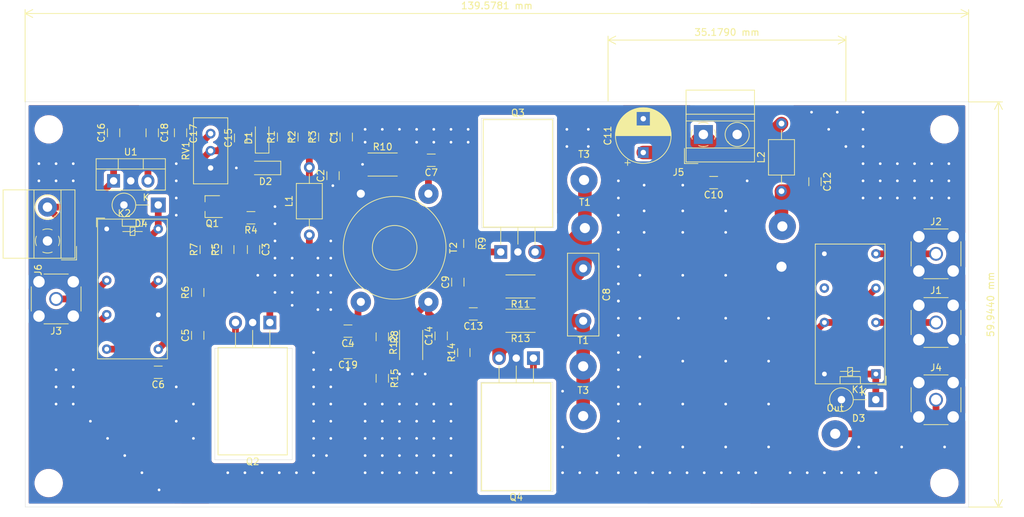
<source format=kicad_pcb>
(kicad_pcb (version 20211014) (generator pcbnew)
  (layers (0 "F.Cu" signal) (31 "B.Cu" signal) (34 "B.Paste" user) (35 "F.Paste" user) (36 "B.SilkS" user "B.Silkscreen") (37 "F.SilkS" user "F.Silkscreen") (38 "B.Mask" user) (39 "F.Mask" user) (44 "Edge.Cuts" user))
  (net 0 "")
  (net 1 "GND")
  (net 2 "Net-(C5-Pad2)")
  (net 3 "Net-(C6-Pad1)")
  (net 4 "Net-(C7-Pad2)")
  (net 5 "Bias_A")
  (net 6 "Net-(J1-Pad1)")
  (net 7 "12V_Switch")
  (net 8 "Net-(J3-Pad1)")
  (net 10 "Net-(Q3-Pad1)")
  (net 11 "Net-(Q4-Pad1)")
  (net 12 "Net-(C14-Pad2)")
  (net 13 "Net-(C9-Pad1)")
  (net 14 "Net-(C2-Pad2)")
  (net 15 "Net-(C3-Pad1)")
  (net 16 "Net-(C4-Pad2)")
  (net 17 "Net-(C6-Pad2)")
  (net 18 "Net-(C7-Pad1)")
  (net 19 "Net-(C8-Pad2)")
  (net 20 "Net-(J2-Pad1)")
  (net 21 "Net-(J4-Pad1)")
  (net 22 "Net-(K1-Pad13)")
  (net 23 "Net-(C4-Pad1)")
  (net 24 "Net-(C10-Pad2)")
  (net 25 "Net-(C13-Pad2)")
  (net 26 "Net-(C15-Pad2)")
  (net 27 "Net-(D1-Pad1)")
  (net 28 "Net-(D2-Pad1)")
  (net 29 "Net-(C8-Pad1)")
  (net 30 "Net-(C12-Pad2)")
  (net 31 "Net-(C13-Pad1)")
  (net 32 "Net-(C17-Pad1)")
  (footprint "Capacitor_SMD:C_1206_3216Metric_Pad1.42x1.75mm_HandSolder" (layer "F.Cu") (at 121.539 52.832 180)
    (fp_text reference "C7")
    (fp_text value "100n")
  )
  (footprint "Capacitor_SMD:C_1206_3216Metric_Pad1.42x1.75mm_HandSolder" (layer "F.Cu") (at 93.345 49.53 90)
    (fp_text reference "C15")
    (fp_text value "100n")
  )
  (footprint "Capacitor_SMD:C_1206_3216Metric_Pad1.42x1.75mm_HandSolder" (layer "F.Cu") (at 74.549 48.768 90)
    (fp_text reference "C16")
    (fp_text value "10u")
  )
  (footprint "Capacitor_SMD:C_1206_3216Metric_Pad1.42x1.75mm_HandSolder" (layer "F.Cu") (at 84.455 48.768 90)
    (fp_text reference "C17")
    (fp_text value "10u")
  )
  (footprint "Capacitor_SMD:C_1206_3216Metric_Pad1.42x1.75mm_HandSolder" (layer "F.Cu") (at 80.264 48.768 -90)
    (fp_text reference "C18")
    (fp_text value "100n")
  )
  (footprint "Capacitor_SMD:C_1206_3216Metric_Pad1.42x1.75mm_HandSolder" (layer "F.Cu") (at 163.322 56.134 180)
    (fp_text reference "C10")
    (fp_text value "100n")
  )
  (footprint "Connector_Coaxial:SMA_Amphenol_132134_Vertical" (layer "F.Cu") (at 66.05 73.35 180)
    (fp_text reference "J3")
    (fp_text value "Conn_Coaxial")
  )
  (footprint "TerminalBlock_MetzConnect:TerminalBlock_MetzConnect_Type011_RT05502HBWC_1x02_P5.00mm_Horizontal" (layer "F.Cu") (at 64.77 64.77 90)
    (fp_text reference "J6")
    (fp_text value "12V Switch")
  )
  (footprint "Connector_Coaxial:SMA_Amphenol_132134_Vertical" (layer "F.Cu") (at 196.215 76.835)
    (fp_text reference "J1")
    (fp_text value "Conn_Coaxial")
  )
  (footprint "TerminalBlock_MetzConnect:TerminalBlock_MetzConnect_Type011_RT05502HBWC_1x02_P5.00mm_Horizontal" (layer "F.Cu") (at 161.798 49.022)
    (fp_text reference "J5")
    (fp_text value "12V Power")
  )
  (footprint "Relay_THT:Relay_DPDT_Omron_G5V-2" (layer "F.Cu") (at 73.533 62.992)
    (fp_text reference "K2")
    (fp_text value "G5V-2")
  )
  (footprint "Relay_THT:Relay_DPDT_Omron_G5V-2" (layer "F.Cu") (at 187.325 84.455 180)
    (fp_text reference "K1")
    (fp_text value "G5V-2")
  )
  (footprint "Resistor_SMD:R_1206_3216Metric_Pad1.42x1.75mm_HandSolder" (layer "F.Cu") (at 127.254 65.151 -90)
    (fp_text reference "R9")
    (fp_text value "4.7")
  )
  (footprint "Resistor_SMD:R_1206_3216Metric_Pad1.42x1.75mm_HandSolder" (layer "F.Cu") (at 126.365 81.28 90)
    (fp_text reference "R14")
    (fp_text value "4.7")
  )
  (footprint "Package_TO_SOT_THT:TO-220-3_Vertical" (layer "F.Cu") (at 74.549 55.88)
    (fp_text reference "U1")
    (fp_text value "L7805")
  )
  (footprint "Capacitor_SMD:C_1206_3216Metric_Pad1.42x1.75mm_HandSolder" (layer "F.Cu") (at 125.476 70.866 90)
    (fp_text reference "C9")
    (fp_text value "100n")
  )
  (footprint "Capacitor_SMD:C_1206_3216Metric_Pad1.42x1.75mm_HandSolder" (layer "F.Cu") (at 127.762 75.565 180)
    (fp_text reference "C13")
    (fp_text value "100n")
  )
  (footprint "Package_TO_SOT_THT:TO-220-3_Horizontal_TabDown" (layer "F.Cu") (at 131.82092 66.40068)
    (fp_text reference "Q3")
    (fp_text value "RD16HHF")
  )
  (footprint "Package_TO_SOT_THT:TO-220-3_Horizontal_TabDown" (layer "F.Cu") (at 136.65708 82.10804 180)
    (fp_text reference "Q4")
    (fp_text value "RD16HFF")
  )
  (footprint "Potentiometer_THT:Potentiometer_Bourns_3296W_Vertical" (layer "F.Cu") (at 88.9 48.895 90)
    (fp_text reference "RV1")
    (fp_text value "R_POT")
  )
  (footprint "Resistor_SMD:R_2512_6332Metric" (layer "F.Cu") (at 114.3508 53.467)
    (fp_text reference "R10")
    (fp_text value "22")
  )
  (footprint "Inductor_THT:L_Axial_L5.0mm_D3.6mm_P10.00mm_Horizontal_Murata_BL01RN1A2A2" (layer "F.Cu") (at 173.355 57.404 90)
    (fp_text reference "L2")
    (fp_text value "100u")
  )
  (footprint "Connector_Coaxial:SMA_Amphenol_132134_Vertical" (layer "F.Cu") (at 196.215 88.265)
    (fp_text reference "J4")
    (fp_text value "LPF")
  )
  (footprint "Connector_Coaxial:SMA_Amphenol_132134_Vertical" (layer "F.Cu") (at 196.215 66.675)
    (fp_text reference "J2")
    (fp_text value "LPF-Out")
  )
  (footprint "Capacitor_THT:CP_Radial_D8.0mm_P5.00mm" (layer "F.Cu") (at 152.908 51.689 90)
    (fp_text reference "C11")
    (fp_text value "100u")
  )
  (footprint "Capacitor_SMD:C_1206_3216Metric_Pad1.42x1.75mm_HandSolder" (layer "F.Cu") (at 178.308 56.007 -90)
    (fp_text reference "C12")
    (fp_text value "100n")
  )
  (footprint "Capacitor_SMD:C_1206_3216Metric_Pad1.42x1.75mm_HandSolder" (layer "F.Cu") (at 108.966 49.403 90)
    (fp_text reference "C1")
    (fp_text value "100n")
  )
  (footprint "Capacitor_SMD:C_1206_3216Metric_Pad1.42x1.75mm_HandSolder" (layer "F.Cu") (at 107.0102 55.118 90)
    (fp_text reference "C2")
    (fp_text value "100n")
  )
  (footprint "Capacitor_SMD:C_1206_3216Metric_Pad1.42x1.75mm_HandSolder" (layer "F.Cu") (at 95.25 66.04 -90)
    (fp_text reference "C3")
    (fp_text value "1u")
  )
  (footprint "Capacitor_SMD:C_1206_3216Metric_Pad1.42x1.75mm_HandSolder" (layer "F.Cu") (at 109.22 78.105 180)
    (fp_text reference "C4")
    (fp_text value "100n")
  )
  (footprint "Capacitor_SMD:C_1206_3216Metric_Pad1.42x1.75mm_HandSolder" (layer "F.Cu") (at 86.995 78.74 90)
    (fp_text reference "C5")
    (fp_text value "100n")
  )
  (footprint "Capacitor_SMD:C_1206_3216Metric_Pad1.42x1.75mm_HandSolder" (layer "F.Cu") (at 81.15 84.2 180)
    (fp_text reference "C6")
    (fp_text value "100n")
  )
  (footprint "Diode_SMD:D_SOD-123" (layer "F.Cu") (at 96.52 49.53 90)
    (fp_text reference "D1")
    (fp_text value "D")
  )
  (footprint "Diode_SMD:D_SOD-123" (layer "F.Cu") (at 97.028 53.975 180)
    (fp_text reference "D2")
    (fp_text value "D")
  )
  (footprint "Inductor_THT:L_Axial_L5.0mm_D3.6mm_P10.00mm_Horizontal_Murata_BL01RN1A2A2" (layer "F.Cu") (at 103.505 63.881 90)
    (fp_text reference "L1")
    (fp_text value "100u")
  )
  (footprint "Package_TO_SOT_THT:TO-220-3_Horizontal_TabDown" (layer "F.Cu") (at 97.663 76.835 180)
    (fp_text reference "Q2")
    (fp_text value "RD06HHF")
  )
  (footprint "Resistor_SMD:R_1206_3216Metric_Pad1.42x1.75mm_HandSolder" (layer "F.Cu") (at 99.695 49.403 90)
    (fp_text reference "R1")
    (fp_text value "10")
  )
  (footprint "Resistor_SMD:R_1206_3216Metric_Pad1.42x1.75mm_HandSolder" (layer "F.Cu") (at 102.743 49.403 90)
    (fp_text reference "R2")
    (fp_text value "10")
  )
  (footprint "Resistor_SMD:R_1206_3216Metric_Pad1.42x1.75mm_HandSolder" (layer "F.Cu") (at 105.791 49.403 90)
    (fp_text reference "R3")
    (fp_text value "10")
  )
  (footprint "Resistor_SMD:R_1206_3216Metric_Pad1.42x1.75mm_HandSolder" (layer "F.Cu") (at 94.869 61.341 180)
    (fp_text reference "R4")
    (fp_text value "1k")
  )
  (footprint "Resistor_SMD:R_1206_3216Metric_Pad1.42x1.75mm_HandSolder" (layer "F.Cu") (at 91.44 66.04 90)
    (fp_text reference "R5")
    (fp_text value "1k")
  )
  (footprint "Resistor_SMD:R_1206_3216Metric_Pad1.42x1.75mm_HandSolder" (layer "F.Cu") (at 86.995 72.39 90)
    (fp_text reference "R6")
    (fp_text value "560")
  )
  (footprint "Resistor_SMD:R_1206_3216Metric_Pad1.42x1.75mm_HandSolder" (layer "F.Cu") (at 88.265 66.04 90)
    (fp_text reference "R7")
    (fp_text value "1k")
  )
  (footprint "Transformer_THT:Transformer_Toroid_Horizontal_D14.0mm_Amidon-T50" (layer "F.Cu") (at 111.125 57.785 -90)
    (fp_text reference "T2")
    (fp_text value "Transformer_1P_1S")
  )
  (footprint "Connector_Wire:SolderWirePad_1x01_Drill1.5mm" (layer "F.Cu") (at 181.3 93.3)
    (fp_text reference "Out")
    (fp_text value " ")
  )
  (footprint "Connector_Wire:SolderWirePad_1x01_Drill1.5mm" (layer "F.Cu") (at 144.018 83.312)
    (fp_text reference "T1")
    (fp_text value " ")
  )
  (footprint "Connector_Wire:SolderWirePad_1x01_Drill1.5mm" (layer "F.Cu") (at 144.272 62.865)
    (fp_text reference "T1")
    (fp_text value " ")
  )
  (footprint "Connector_Wire:SolderWirePad_1x01_Drill1.5mm" (layer "F.Cu") (at 144.145 55.753)
    (fp_text reference "T3")
    (fp_text value " ")
  )
  (footprint "Connector_Wire:SolderWirePad_1x01_Drill1.5mm" (layer "F.Cu") (at 144.018 90.678)
    (fp_text reference "T3")
    (fp_text value " ")
  )
  (footprint "Connector_Wire:SolderWirePad_1x01_Drill1.5mm" (layer "F.Cu") (at 173.355 68.58)
    (fp_text reference " ")
    (fp_text value " ")
  )
  (footprint "Connector_Wire:SolderWirePad_1x01_Drill1.5mm" (layer "F.Cu") (at 173.482 62.611)
    (fp_text reference " ")
    (fp_text value " ")
  )
  (footprint "MountingHole:MountingHole_3.2mm_M3" (layer "F.Cu") (at 197.45 100.575)
    (fp_text reference " ")
    (fp_text value " ")
  )
  (footprint "MountingHole:MountingHole_3.2mm_M3" (layer "F.Cu") (at 197.45 48.26)
    (fp_text reference " ")
    (fp_text value " ")
  )
  (footprint "MountingHole:MountingHole_3.2mm_M3" (layer "F.Cu") (at 64.95 100.59)
    (fp_text reference " ")
    (fp_text value " ")
  )
  (footprint "MountingHole:MountingHole_3.2mm_M3" (layer "F.Cu") (at 64.95 48.26)
    (fp_text reference " ")
    (fp_text value " ")
  )
  (footprint "Capacitor_SMD:C_1206_3216Metric_Pad1.42x1.75mm_HandSolder" (layer "F.Cu") (at 123.0122 78.8162 90)
    (fp_text reference "C14")
    (fp_text value "100n")
  )
  (footprint "Resistor_SMD:R_1206_3216Metric_Pad1.42x1.75mm_HandSolder" (layer "F.Cu") (at 114.3 78.9575 -90)
    (fp_text reference "R8")
    (fp_text value "1k")
  )
  (footprint "Resistor_SMD:R_2512_6332Metric" (layer "F.Cu") (at 118.5672 80.1624 90)
    (fp_text reference "R12")
    (fp_text value "10")
  )
  (footprint "Resistor_SMD:R_1206_3216Metric_Pad1.42x1.75mm_HandSolder" (layer "F.Cu") (at 114.3 85.09 -90)
    (fp_text reference "R15")
    (fp_text value "1k")
  )
  (footprint "Capacitor_SMD:C_1206_3216Metric_Pad1.42x1.75mm_HandSolder" (layer "F.Cu") (at 109.22 81.28 180)
    (fp_text reference "C19")
    (fp_text value "100n")
  )
  (footprint "Package_TO_SOT_SMD:SOT-23W" (layer "F.Cu") (at 89.154 59.69 180)
    (fp_text reference "Q1")
    (fp_text value "2N3906")
  )
  (footprint "Resistor_SMD:R_2512_6332Metric" (layer "F.Cu") (at 134.747 71.501 180)
    (fp_text reference "R11")
    (fp_text value "220")
  )
  (footprint "Resistor_SMD:R_2512_6332Metric" (layer "F.Cu") (at 134.747 76.581 180)
    (fp_text reference "R13")
    (fp_text value "220")
  )
  (footprint "Capacitor_THT:C_Disc_D12.0mm_W4.4mm_P7.75mm" (layer "F.Cu") (at 144.018 68.834 -90)
    (fp_text reference "C8")
    (fp_text value "500p")
  )
  (footprint "Diode_THT:D_DO-41_SOD81_P5.08mm_Vertical_KathodeUp" (layer "F.Cu") (at 81.157818 59.45 180)
    (fp_text reference "D4")
    (fp_text value "D")
  )
  (footprint "Diode_THT:D_DO-41_SOD81_P5.08mm_Vertical_KathodeUp" (layer "F.Cu") (at 187.307818 88.25 180)
    (fp_text reference "D3")
    (fp_text value "D")
  )
  (gr_line (start 61.49 104.13) (end 61.468 44.18584) (layer "Edge.Cuts") (width 0.05))
  (gr_line (start 128.86436 85.66404) (end 139.53236 85.65896) (layer "Edge.Cuts") (width 0.05))
  (gr_line (start 139.54252 101.83876) (end 128.86436 101.84384) (layer "Edge.Cuts") (width 0.05))
  (gr_line (start 139.53236 85.65896) (end 139.54252 101.83876) (layer "Edge.Cuts") (width 0.05))
  (gr_line (start 128.86436 85.66404) (end 128.86436 101.84384) (layer "Edge.Cuts") (width 0.05))
  (gr_line (start 89.535 97.155) (end 89.535 80.645) (layer "Edge.Cuts") (width 0.05))
  (gr_line (start 201.041 44.196) (end 201.041 104.14) (layer "Edge.Cuts") (width 0.05))
  (gr_line (start 201.041 104.14) (end 61.49 104.13) (layer "Edge.Cuts") (width 0.05))
  (gr_line (start 128.97104 46.62932) (end 139.6492 46.62424) (layer "Edge.Cuts") (width 0.05))
  (gr_line (start 139.6492 46.62424) (end 139.6492 62.80404) (layer "Edge.Cuts") (width 0.05))
  (gr_line (start 139.6492 62.80404) (end 128.9812 62.80912) (layer "Edge.Cuts") (width 0.05))
  (gr_line (start 100.965 80.645) (end 100.965 97.155) (layer "Edge.Cuts") (width 0.05))
  (gr_line (start 89.535 80.645) (end 100.965 80.645) (layer "Edge.Cuts") (width 0.05))
  (gr_line (start 100.965 97.155) (end 89.535 97.155) (layer "Edge.Cuts") (width 0.05))
  (gr_line (start 128.9812 62.80912) (end 128.97104 46.62932) (layer "Edge.Cuts") (width 0.05))
  (gr_line (start 61.468 44.18584) (end 201.041 44.196) (layer "Edge.Cuts") (width 0.05))
  (dimension (type aligned) (layer "F.SilkS") (pts (xy 201.041 44.196) (xy 61.46292 44.196)) (height 13.071768) (gr_text "139.5781 mm" (at 131.25196 29.974232) (layer "F.SilkS") (effects (font (size 1 1) (thickness 0.15)))) (format (units 2) (units_format 1) (precision 4)) (style (thickness 0.12) (arrow_length 1.27) (text_position_mode 0) (extension_height 0.58642) (extension_offset 0) keep_text_aligned))
  (dimension (type aligned) (layer "F.SilkS") (pts (xy 182.88 44.069) (xy 147.701 44.069)) (height 9.01218) (gr_text "35.1790 mm" (at 165.2905 33.90682) (layer "F.SilkS") (effects (font (size 1 1) (thickness 0.15)))) (format (units 2) (units_format 1) (precision 4)) (style (thickness 0.12) (arrow_length 1.27) (text_position_mode 0) (extension_height 0.58642) (extension_offset 0) keep_text_aligned))
  (dimension (type aligned) (layer "F.SilkS") (pts (xy 201.041 44.196) (xy 201.041 104.14)) (height -4.41452) (gr_text "59.9440 mm" (at 204.30552 74.168 90) (layer "F.SilkS") (effects (font (size 1 1) (thickness 0.15)))) (format (units 2) (units_format 1) (precision 4)) (style (thickness 0.12) (arrow_length 1.27) (text_position_mode 0) (extension_height 0.58642) (extension_offset 0) keep_text_aligned))
  (via (at 171.45 95.25) (size 0.8) (drill 0.4) (layers "F.Cu" "B.Cu") (net 1))
  (via (at 165.1 76.2) (size 0.8) (drill 0.4) (layers "F.Cu" "B.Cu") (net 1))
  (via (at 104.14 86.36) (size 0.8) (drill 0.4) (layers "F.Cu" "B.Cu") (net 1))
  (via (at 127 48.26) (size 0.8) (drill 0.4) (layers "F.Cu" "B.Cu") (net 1))
  (via (at 198.12 55.88) (size 0.8) (drill 0.4) (layers "F.Cu" "B.Cu") (net 1))
  (via (at 149.225 68.58) (size 0.8) (drill 0.4) (layers "F.Cu" "B.Cu") (net 1))
  (via (at 68.58 88.9) (size 0.8) (drill 0.4) (layers "F.Cu" "B.Cu") (net 1))
  (via (at 111.76 48.26) (size 0.8) (drill 0.4) (layers "F.Cu" "B.Cu") (net 1))
  (via (at 119.38 93.98) (size 0.8) (drill 0.4) (layers "F.Cu" "B.Cu") (net 1))
  (via (at 83.82 91.44) (size 0.8) (drill 0.4) (layers "F.Cu" "B.Cu") (net 1))
  (via (at 111.76 50.165) (size 0.8) (drill 0.4) (layers "F.Cu" "B.Cu") (net 1))
  (via (at 98.425 62.23) (size 0.8) (drill 0.4) (layers "F.Cu" "B.Cu") (net 1))
  (via (at 66.04 55.88) (size 0.8) (drill 0.4) (layers "F.Cu" "B.Cu") (net 1))
  (via (at 73.66 93.98) (size 0.8) (drill 0.4) (layers "F.Cu" "B.Cu") (net 1))
  (via (at 96.52 99.06) (size 0.8) (drill 0.4) (layers "F.Cu" "B.Cu") (net 1))
  (via (at 106.68 88.9) (size 0.8) (drill 0.4) (layers "F.Cu" "B.Cu") (net 1))
  (via (at 111.76 99.06) (size 0.8) (drill 0.4) (layers "F.Cu" "B.Cu") (net 1))
  (via (at 119.38 91.44) (size 0.8) (drill 0.4) (layers "F.Cu" "B.Cu") (net 1))
  (via (at 198.12 58.42) (size 0.8) (drill 0.4) (layers "F.Cu" "B.Cu") (net 1))
  (via (at 149.225 73.66) (size 0.8) (drill 0.4) (layers "F.Cu" "B.Cu") (net 1))
  (via (at 86.36 93.98) (size 0.8) (drill 0.4) (layers "F.Cu" "B.Cu") (net 1))
  (via (at 140.97 86.995) (size 0.8) (drill 0.4) (layers "F.Cu" "B.Cu") (net 1))
  (via (at 63.5 55.88) (size 0.8) (drill 0.4) (layers "F.Cu" "B.Cu") (net 1))
  (via (at 114.3 99.06) (size 0.8) (drill 0.4) (layers "F.Cu" "B.Cu") (net 1))
  (via (at 158.75 69.85) (size 0.8) (drill 0.4) (layers "F.Cu" "B.Cu") (net 1))
  (via (at 185.42 45.72) (size 0.8) (drill 0.4) (layers "F.Cu" "B.Cu") (net 1))
  (via (at 168.275 55.88) (size 0.8) (drill 0.4) (layers "F.Cu" "B.Cu") (net 1))
  (via (at 124.46 50.165) (size 0.8) (drill 0.4) (layers "F.Cu" "B.Cu") (net 1))
  (via (at 101.6 99.06) (size 0.8) (drill 0.4) (layers "F.Cu" "B.Cu") (net 1))
  (via (at 149.225 55.88) (size 0.8) (drill 0.4) (layers "F.Cu" "B.Cu") (net 1))
  (via (at 86.36 88.9) (size 0.8) (drill 0.4) (layers "F.Cu" "B.Cu") (net 1))
  (via (at 106.045 96.52) (size 0.8) (drill 0.4) (layers "F.Cu" "B.Cu") (net 1))
  (via (at 121.92 91.44) (size 0.8) (drill 0.4) (layers "F.Cu" "B.Cu") (net 1))
  (via (at 116.84 99.06) (size 0.8) (drill 0.4) (layers "F.Cu" "B.Cu") (net 1))
  (via (at 114.3 96.52) (size 0.8) (drill 0.4) (layers "F.Cu" "B.Cu") (net 1))
  (via (at 193.04 55.88) (size 0.8) (drill 0.4) (layers "F.Cu" "B.Cu") (net 1))
  (via (at 104.14 99.06) (size 0.8) (drill 0.4) (layers "F.Cu" "B.Cu") (net 1))
  (via (at 141.605 48.26) (size 0.8) (drill 0.4) (layers "F.Cu" "B.Cu") (net 1))
  (via (at 153.035 60.325) (size 0.8) (drill 0.4) (layers "F.Cu" "B.Cu") (net 1))
  (via (at 187.325 99.06) (size 0.8) (drill 0.4) (layers "F.Cu" "B.Cu") (net 1))
  (via (at 100.965 69.85) (size 0.8) (drill 0.4) (layers "F.Cu" "B.Cu") (net 1))
  (via (at 68.58 83.82) (size 0.8) (drill 0.4) (layers "F.Cu" "B.Cu") (net 1))
  (via (at 66.04 86.36) (size 0.8) (drill 0.4) (layers "F.Cu" "B.Cu") (net 1))
  (via (at 149.225 99.06) (size 0.8) (drill 0.4) (layers "F.Cu" "B.Cu") (net 1))
  (via (at 149.225 88.9) (size 0.8) (drill 0.4) (layers "F.Cu" "B.Cu") (net 1))
  (via (at 149.225 86.36) (size 0.8) (drill 0.4) (layers "F.Cu" "B.Cu") (net 1))
  (via (at 149.225 66.04) (size 0.8) (drill 0.4) (layers "F.Cu" "B.Cu") (net 1))
  (via (at 171.45 88.9) (size 0.8) (drill 0.4) (layers "F.Cu" "B.Cu") (net 1))
  (via (at 152.4 76.2) (size 0.8) (drill 0.4) (layers "F.Cu" "B.Cu") (net 1))
  (via (at 98.425 59.69) (size 0.8) (drill 0.4) (layers "F.Cu" "B.Cu") (net 1))
  (via (at 121.92 88.9) (size 0.8) (drill 0.4) (layers "F.Cu" "B.Cu") (net 1))
  (via (at 190.5 53.34) (size 0.8) (drill 0.4) (layers "F.Cu" "B.Cu") (net 1))
  (via (at 185.42 48.26) (size 0.8) (drill 0.4) (layers "F.Cu" "B.Cu") (net 1))
  (via (at 104.14 81.28) (size 0.8) (drill 0.4) (layers "F.Cu" "B.Cu") (net 1))
  (via (at 116.84 91.4654) (size 0.8) (drill 0.4) (layers "F.Cu" "B.Cu") (net 1))
  (via (at 149.225 81.28) (size 0.8) (drill 0.4) (layers "F.Cu" "B.Cu") (net 1))
  (via (at 95.885 69.85) (size 0.8) (drill 0.4) (layers "F.Cu" "B.Cu") (net 1))
  (via (at 63.5 53.34) (size 0.8) (drill 0.4) (layers "F.Cu" "B.Cu") (net 1))
  (via (at 119.38 88.9) (size 0.8) (drill 0.4) (layers "F.Cu" "B.Cu") (net 1))
  (via (at 185.42 58.42) (size 0.8) (drill 0.4) (layers "F.Cu" "B.Cu") (net 1))
  (via (at 177.165 99.06) (size 0.8) (drill 0.4) (layers "F.Cu" "B.Cu") (net 1))
  (via (at 149.225 93.98) (size 0.8) (drill 0.4) (layers "F.Cu" "B.Cu") (net 1))
  (via (at 167.005 99.06) (size 0.8) (drill 0.4) (layers "F.Cu" "B.Cu") (net 1))
  (via (at 171.45 76.2) (size 0.8) (drill 0.4) (layers "F.Cu" "B.Cu") (net 1))
  (via (at 66.04 53.34) (size 0.8) (drill 0.4) (layers "F.Cu" "B.Cu") (net 1))
  (via (at 100.965 72.39) (size 0.8) (drill 0.4) (layers "F.Cu" "B.Cu") (net 1))
  (via (at 114.3 91.44) (size 0.8) (drill 0.4) (layers "F.Cu" "B.Cu") (net 1))
  (via (at 171.45 82.55) (size 0.8) (drill 0.4) (layers "F.Cu" "B.Cu") (net 1))
  (via (at 119.38 48.26) (size 0.8) (drill 0.4) (layers "F.Cu" "B.Cu") (net 1))
  (via (at 114.3 93.98) (size 0.8) (drill 0.4) (layers "F.Cu" "B.Cu") (net 1))
  (via (at 100.965 67.31) (size 0.8) (drill 0.4) (layers "F.Cu" "B.Cu") (net 1))
  (via (at 149.225 91.44) (size 0.8) (drill 0.4) (layers "F.Cu" "B.Cu") (net 1))
  (via (at 182.88 50.8) (size 0.8) (drill 0.4) (layers "F.Cu" "B.Cu") (net 1))
  (via (at 182.245 99.06) (size 0.8) (drill 0.4) (layers "F.Cu" "B.Cu") (net 1))
  (via (at 124.46 96.52) (size 0.8) (drill 0.4) (layers "F.Cu" "B.Cu") (net 1))
  (via (at 195.58 55.88) (size 0.8) (drill 0.4) (layers "F.Cu" "B.Cu") (net 1))
  (via (at 71.12 91.44) (size 0.8) (drill 0.4) (layers "F.Cu" "B.Cu") (net 1))
  (via (at 124.46 91.44) (size 0.8) (drill 0.4) (layers "F.Cu" "B.Cu") (net 1))
  (via (at 149.225 60.96) (size 0.8) (drill 0.4) (layers "F.Cu" "B.Cu") (net 1))
  (via (at 119.38 96.52) (size 0.8) (drill 0.4) (layers "F.Cu" "B.Cu") (net 1))
  (via (at 104.775 74.93) (size 0.8) (drill 0.4) (layers "F.Cu" "B.Cu") (net 1))
  (via (at 106.68 69.85) (size 0.8) (drill 0.4) (layers "F.Cu" "B.Cu") (net 1))
  (via (at 165.1 95.25) (size 0.8) (drill 0.4) (layers "F.Cu" "B.Cu") (net 1))
  (via (at 121.92 48.26) (size 0.8) (drill 0.4) (layers "F.Cu" "B.Cu") (net 1))
  (via (at 111.76 88.9) (size 0.8) (drill 0.4) (layers "F.Cu" "B.Cu") (net 1))
  (via (at 104.775 72.39) (size 0.8) (drill 0.4) (layers "F.Cu" "B.Cu") (net 1))
  (via (at 106.68 67.31) (size 0.8) (drill 0.4) (layers "F.Cu" "B.Cu") (net 1))
  (via (at 104.14 96.52) (size 0.8) (drill 0.4) (layers "F.Cu" "B.Cu") (net 1))
  (via (at 144.78 50.8) (size 0.8) (drill 0.4) (layers "F.Cu" "B.Cu") (net 1))
  (via (at 187.96 55.88) (size 0.8) (drill 0.4) (layers "F.Cu" "B.Cu") (net 1))
  (via (at 149.225 63.5) (size 0.8) (drill 0.4) (layers "F.Cu" "B.Cu") (net 1))
  (via (at 92.71 53.975) (size 0.8) (drill 0.4) (layers "F.Cu" "B.Cu") (net 1))
  (via (at 83.82 58.42) (size 0.8) (drill 0.4) (layers "F.Cu" "B.Cu") (net 1))
  (via (at 116.84 93.98) (size 0.8) (drill 0.4) (layers "F.Cu" "B.Cu") (net 1))
  (via (at 149.225 83.82) (size 0.8) (drill 0.4) (layers "F.Cu" "B.Cu") (net 1))
  (via (at 177.8 45.72) (size 0.8) (drill 0.4) (layers "F.Cu" "B.Cu") (net 1))
  (via (at 111.379 53.4416) (size 0.8) (drill 0.4) (layers "F.Cu" "B.Cu") (net 1))
  (via (at 83.82 53.34) (size 0.8) (drill 0.4) (layers "F.Cu" "B.Cu") (net 1))
  (via (at 195.58 58.42) (size 0.8) (drill 0.4) (layers "F.Cu" "B.Cu") (net 1))
  (via (at 143.51 99.06) (size 0.8) (drill 0.4) (layers "F.Cu" "B.Cu") (net 1))
  (via (at 158.75 88.9) (size 0.8) (drill 0.4) (layers "F.Cu" "B.Cu") (net 1))
  (via (at 121.92 50.165) (size 0.8) (drill 0.4) (layers "F.Cu" "B.Cu") (net 1))
  (via (at 111.76 93.98) (size 0.8) (drill 0.4) (layers "F.Cu" "B.Cu") (net 1))
  (via (at 104.14 88.9) (size 0.8) (drill 0.4) (layers "F.Cu" "B.Cu") (net 1))
  (via (at 119.38 99.06) (size 0.8) (drill 0.4) (layers "F.Cu" "B.Cu") (net 1))
  (via (at 165.1 69.85) (size 0.8) (drill 0.4) (layers "F.Cu" "B.Cu") (net 1))
  (via (at 161.925 99.06) (size 0.8) (drill 0.4) (layers "F.Cu" "B.Cu") (net 1))
  (via (at 149.225 58.42) (size 0.8) (drill 0.4) (layers "F.Cu" "B.Cu") (net 1))
  (via (at 158.75 56.515) (size 0.8) (drill 0.4) (layers "F.Cu" "B.Cu") (net 1))
  (via (at 106.9848 56.5912) (size 0.8) (drill 0.4) (layers "F.Cu" "B.Cu") (net 1))
  (via (at 151.765 99.06) (size 0.8) (drill 0.4) (layers "F.Cu" "B.Cu") (net 1))
  (via (at 197.485 95.25) (size 0.8) (drill 0.4) (layers "F.Cu" "B.Cu") (net 1))
  (via (at 193.04 53.34) (size 0.8) (drill 0.4) (layers "F.Cu" "B.Cu") (net 1))
  (via (at 184.785 99.06) (size 0.8) (drill 0.4) (layers "F.Cu" "B.Cu") (net 1))
  (via (at 187.96 53.34) (size 0.8) (drill 0.4) (layers "F.Cu" "B.Cu") (net 1))
  (via (at 153.035 56.515) (size 0.8) (drill 0.4) (layers "F.Cu" "B.Cu") (net 1))
  (via (at 111.76 91.44) (size 0.8) (drill 0.4) (layers "F.Cu" "B.Cu") (net 1))
  (via (at 106.68 91.44) (size 0.8) (drill 0.4) (layers "F.Cu" "B.Cu") (net 1))
  (via (at 144.78 48.26) (size 0.8) (drill 0.4) (layers "F.Cu" "B.Cu") (net 1))
  (via (at 100.965 74.295) (size 0.8) (drill 0.4) (layers "F.Cu" "B.Cu") (net 1))
  (via (at 158.75 95.25) (size 0.8) (drill 0.4) (layers "F.Cu" "B.Cu") (net 1))
  (via (at 179.705 99.06) (size 0.8) (drill 0.4) (layers "F.Cu" "B.Cu") (net 1))
  (via (at 98.425 69.85) (size 0.8) (drill 0.4) (layers "F.Cu" "B.Cu") (net 1))
  (via (at 195.58 53.34) (size 0.8) (drill 0.4) (layers "F.Cu" "B.Cu") (net 1))
  (via (at 190.5 58.42) (size 0.8) (drill 0.4) (layers "F.Cu" "B.Cu") (net 1))
  (via (at 152.4 88.9) (size 0.8) (drill 0.4) (layers "F.Cu" "B.Cu") (net 1))
  (via (at 159.385 99.06) (size 0.8) (drill 0.4) (layers "F.Cu" "B.Cu") (net 1))
  (via (at 121.92 93.98) (size 0.8) (drill 0.4) (layers "F.Cu" "B.Cu") (net 1))
  (via (at 106.68 74.93) (size 0.8) (drill 0.4) (layers "F.Cu" "B.Cu") (net 1))
  (via (at 116.84 88.9) (size 0.8) (drill 0.4) (layers "F.Cu" "B.Cu") (net 1))
  (via (at 68.58 55.88) (size 0.8) (drill 0.4) (layers "F.Cu" "B.Cu") (net 1))
  (via (at 93.98 99.06) (size 0.8) (drill 0.4) (layers "F.Cu" "B.Cu") (net 1))
  (via (at 104.14 93.98) (size 0.8) (drill 0.4) (layers "F.Cu" "B.Cu") (net 1))
  (via (at 119.38 50.165) (size 0.8) (drill 0.4) (layers "F.Cu" "B.Cu") (net 1))
  (via (at 104.775 69.85) (size 0.8) (drill 0.4) (layers "F.Cu" "B.Cu") (net 1))
  (via (at 156.845 99.06) (size 0.8) (drill 0.4) (layers "F.Cu" "B.Cu") (net 1))
  (via (at 116.84 48.26) (size 0.8) (drill 0.4) (layers "F.Cu" "B.Cu") (net 1))
  (via (at 149.225 76.2) (size 0.8) (drill 0.4) (layers "F.Cu" "B.Cu") (net 1))
  (via (at 116.84 84.455) (size 0.8) (drill 0.4) (layers "F.Cu" "B.Cu") (net 1))
  (via (at 124.46 48.26) (size 0.8) (drill 0.4) (layers "F.Cu" "B.Cu") (net 1))
  (via (at 124.46 99.06) (size 0.8) (drill 0.4) (layers "F.Cu" "B.Cu") (net 1))
  (via (at 76.2 96.52) (size 0.8) (drill 0.4) (layers "F.Cu" "B.Cu") (net 1))
  (via (at 104.14 91.44) (size 0.8) (drill 0.4) (layers "F.Cu" "B.Cu") (net 1))
  (via (at 154.305 99.06) (size 0.8) (drill 0.4) (layers "F.Cu" "B.Cu") (net 1))
  (via (at 124.46 93.98) (size 0.8) (drill 0.4) (layers "F.Cu" "B.Cu") (net 1))
  (via (at 99.06 99.06) (size 0.8) (drill 0.4) (layers "F.Cu" "B.Cu") (net 1))
  (via (at 127 50.165) (size 0.8) (drill 0.4) (layers "F.Cu" "B.Cu") (net 1))
  (via (at 181.61 45.72) (size 0.8) (drill 0.4) (layers "F.Cu" "B.Cu") (net 1))
  (via (at 66.04 88.9) (size 0.8) (drill 0.4) (layers "F.Cu" "B.Cu") (net 1))
  (via (at 98.425 72.39) (size 0.8) (drill 0.4) (layers "F.Cu" "B.Cu") (net 1))
  (via (at 111.76 96.52) (size 0.8) (drill 0.4) (layers "F.Cu" "B.Cu") (net 1))
  (via (at 106.68 72.39) (size 0.8) (drill 0.4) (layers "F.Cu" "B.Cu") (net 1))
  (via (at 165.1 63.5) (size 0.8) (drill 0.4) (layers "F.Cu" "B.Cu") (net 1))
  (via (at 158.115 76.2) (size 0.8) (drill 0.4) (layers "F.Cu" "B.Cu") (net 1))
  (via (at 149.225 78.74) (size 0.8) (drill 0.4) (layers "F.Cu" "B.Cu") (net 1))
  (via (at 169.545 99.06) (size 0.8) (drill 0.4) (layers "F.Cu" "B.Cu") (net 1))
  (via (at 83.82 86.36) (size 0.8) (drill 0.4) (layers "F.Cu" "B.Cu") (net 1))
  (via (at 165.1 88.9) (size 0.8) (drill 0.4) (layers "F.Cu" "B.Cu") (net 1))
  (via (at 149.225 73.66) (size 0.8) (drill 0.4) (layers "F.Cu" "B.Cu") (net 1))
  (via (at 106.68 86.36) (size 0.8) (drill 0.4) (layers "F.Cu" "B.Cu") (net 1))
  (via (at 68.58 86.36) (size 0.8) (drill 0.4) (layers "F.Cu" "B.Cu") (net 1))
  (via (at 106.68 93.98) (size 0.8) (drill 0.4) (layers "F.Cu" "B.Cu") (net 1))
  (via (at 140.97 99.06) (size 0.8) (drill 0.4) (layers "F.Cu" "B.Cu") (net 1))
  (via (at 153.035 63.5) (size 0.8) (drill 0.4) (layers "F.Cu" "B.Cu") (net 1))
  (via (at 68.58 53.34) (size 0.8) (drill 0.4) (layers "F.Cu" "B.Cu") (net 1))
  (via (at 152.4 81.915) (size 0.8) (drill 0.4) (layers "F.Cu" "B.Cu") (net 1))
  (via (at 158.75 63.5) (size 0.8) (drill 0.4) (layers "F.Cu" "B.Cu") (net 1))
  (via (at 81.28 101.6) (size 0.8) (drill 0.4) (layers "F.Cu" "B.Cu") (net 1))
  (via (at 124.46 88.9) (size 0.8) (drill 0.4) (layers "F.Cu" "B.Cu") (net 1))
  (via (at 66.04 83.82) (size 0.8) (drill 0.4) (layers "F.Cu" "B.Cu") (net 1))
  (via (at 149.225 71.12) (size 0.8) (drill 0.4) (layers "F.Cu" "B.Cu") (net 1))
  (via (at 116.84 96.52) (size 0.8) (drill 0.4) (layers "F.Cu" "B.Cu") (net 1))
  (via (at 109.22 83.82) (size 0.8) (drill 0.4) (layers "F.Cu" "B.Cu") (net 1))
  (via (at 98.425 64.77) (size 0.8) (drill 0.4) (layers "F.Cu" "B.Cu") (net 1))
  (via (at 106.68 64.77) (size 0.8) (drill 0.4) (layers "F.Cu" "B.Cu") (net 1))
  (via (at 91.44 99.06) (size 0.8) (drill 0.4) (layers "F.Cu" "B.Cu") (net 1))
  (via (at 164.465 99.06) (size 0.8) (drill 0.4) (layers "F.Cu" "B.Cu") (net 1))
  (via (at 149.225 96.52) (size 0.8) (drill 0.4) (layers "F.Cu" "B.Cu") (net 1))
  (via (at 158.75 82.55) (size 0.8) (drill 0.4) (layers "F.Cu" "B.Cu") (net 1))
  (via (at 191.135 95.25) (size 0.8) (drill 0.4) (layers "F.Cu" "B.Cu") (net 1))
  (via (at 106.68 83.82) (size 0.8) (drill 0.4) (layers "F.Cu" "B.Cu") (net 1))
  (via (at 121.92 99.06) (size 0.8) (drill 0.4) (layers "F.Cu" "B.Cu") (net 1))
  (via (at 165.1 60.325) (size 0.8) (drill 0.4) (layers "F.Cu" "B.Cu") (net 1))
  (via (at 114.3 88.9) (size 0.8) (drill 0.4) (layers "F.Cu" "B.Cu") (net 1))
  (via (at 83.82 55.88) (size 0.8) (drill 0.4) (layers "F.Cu" "B.Cu") (net 1))
  (via (at 174.625 99.06) (size 0.8) (drill 0.4) (layers "F.Cu" "B.Cu") (net 1))
  (via (at 140.97 95.25) (size 0.8) (drill 0.4) (layers "F.Cu" "B.Cu") (net 1))
  (via (at 78.74 99.06) (size 0.8) (drill 0.4) (layers "F.Cu" "B.Cu") (net 1))
  (via (at 114.3 48.26) (size 0.8) (drill 0.4) (layers "F.Cu" "B.Cu") (net 1))
  (via (at 185.42 50.8) (size 0.8) (drill 0.4) (layers "F.Cu" "B.Cu") (net 1))
  (via (at 152.4 69.85) (size 0.8) (drill 0.4) (layers "F.Cu" "B.Cu") (net 1))
  (via (at 104.14 83.82) (size 0.8) (drill 0.4) (layers "F.Cu" "B.Cu") (net 1))
  (via (at 187.96 58.42) (size 0.8) (drill 0.4) (layers "F.Cu" "B.Cu") (net 1))
  (via (at 158.75 60.325) (size 0.8) (drill 0.4) (layers "F.Cu" "B.Cu") (net 1))
  (via (at 185.42 55.88) (size 0.8) (drill 0.4) (layers "F.Cu" "B.Cu") (net 1))
  (via (at 118.745 84.455) (size 0.8) (drill 0.4) (layers "F.Cu" "B.Cu") (net 1))
  (via (at 180.34 48.26) (size 0.8) (drill 0.4) (layers "F.Cu" "B.Cu") (net 1))
  (via (at 141.605 50.8) (size 0.8) (drill 0.4) (layers "F.Cu" "B.Cu") (net 1))
  (via (at 165.1 82.55) (size 0.8) (drill 0.4) (layers "F.Cu" "B.Cu") (net 1))
  (via (at 198.12 53.34) (size 0.8) (drill 0.4) (layers "F.Cu" "B.Cu") (net 1))
  (via (at 121.92 96.52) (size 0.8) (drill 0.4) (layers "F.Cu" "B.Cu") (net 1))
  (via (at 146.05 99.06) (size 0.8) (drill 0.4) (layers "F.Cu" "B.Cu") (net 1))
  (via (at 185.42 53.34) (size 0.8) (drill 0.4) (layers "F.Cu" "B.Cu") (net 1))
  (via (at 83.82 60.96) (size 0.8) (drill 0.4) (layers "F.Cu" "B.Cu") (net 1))
  (via (at 152.4 95.25) (size 0.8) (drill 0.4) (layers "F.Cu" "B.Cu") (net 1))
  (via (at 193.04 58.42) (size 0.8) (drill 0.4) (layers "F.Cu" "B.Cu") (net 1))
  (via (at 120.65 84.455) (size 0.8) (drill 0.4) (layers "F.Cu" "B.Cu") (net 1))
  (via (at 104.775 67.31) (size 0.8) (drill 0.4) (layers "F.Cu" "B.Cu") (net 1))
  (via (at 184.785 95.25) (size 0.8) (drill 0.4) (layers "F.Cu" "B.Cu") (net 1))
  (via (at 98.425 67.31) (size 0.8) (drill 0.4) (layers "F.Cu" "B.Cu") (net 1))
  (via (at 190.5 55.88) (size 0.8) (drill 0.4) (layers "F.Cu" "B.Cu") (net 1))
  (segment (start 86.995 77.2525) (end 86.995 73.8775) (width 1) (layer "F.Cu") (net 2))
  (segment (start 86.995 68.7975) (end 88.265 67.5275) (width 1) (layer "F.Cu") (net 3))
  (segment (start 91.44 68.24) (end 97.663 74.463) (width 1) (layer "F.Cu") (net 3))
  (segment (start 97.663 74.835) (end 97.663 76.835) (width 1) (layer "F.Cu") (net 3))
  (segment (start 91.44 67.5275) (end 91.44 68.24) (width 1) (layer "F.Cu") (net 3))
  (segment (start 97.663 74.463) (end 97.663 74.835) (width 1) (layer "F.Cu") (net 3))
  (segment (start 86.995 70.9025) (end 86.995 68.7975) (width 1) (layer "F.Cu") (net 3))
  (segment (start 83.66252 84.2) (end 82.66252 84.2) (width 1) (layer "F.Cu") (net 3))
  (segment (start 86.995 70.9025) (end 84.362031 73.535469) (width 1) (layer "F.Cu") (net 3))
  (segment (start 84.362031 73.535469) (end 84.362031 83.500489) (width 1) (layer "F.Cu") (net 3))
  (segment (start 88.265 67.5275) (end 91.44 67.5275) (width 1) (layer "F.Cu") (net 3))
  (segment (start 84.362031 83.500489) (end 83.66252 84.2) (width 1) (layer "F.Cu") (net 3))
  (segment (start 120.0515 52.832) (end 117.9483 52.832) (width 1) (layer "F.Cu") (net 4))
  (segment (start 121.125 57.785) (end 121.125 53.9055) (width 1) (layer "F.Cu") (net 4))
  (segment (start 117.9483 52.832) (end 117.3133 53.467) (width 1) (layer "F.Cu") (net 4))
  (segment (start 121.125 53.9055) (end 120.0515 52.832) (width 1) (layer "F.Cu") (net 4))
  (segment (start 114.3 82.55) (end 114.3 83.6025) (width 1) (layer "F.Cu") (net 5))
  (segment (start 114.3 83.6025) (end 113.425 83.6025) (width 1) (layer "F.Cu") (net 5))
  (segment (start 89.319852 100.460001) (end 71.3 82.440149) (width 1) (layer "F.Cu") (net 5))
  (segment (start 113.465 81.715) (end 114.3 82.55) (width 1) (layer "F.Cu") (net 5))
  (segment (start 110.7075 81.28) (end 111.9775 81.28) (width 1) (layer "F.Cu") (net 5))
  (segment (start 110.7075 81.28) (end 113.465 81.28) (width 1) (layer "F.Cu") (net 5))
  (segment (start 108.585 96.687002) (end 104.812001 100.460001) (width 1) (layer "F.Cu") (net 5))
  (segment (start 71.3 80.465) (end 81.153 70.612) (width 1) (layer "F.Cu") (net 5))
  (segment (start 108.585 88.4425) (end 108.585 96.687002) (width 1) (layer "F.Cu") (net 5))
  (segment (start 111.9775 81.28) (end 114.3 82.55) (width 1) (layer "F.Cu") (net 5))
  (segment (start 114.3 80.445) (end 114.3 83.6025) (width 1) (layer "F.Cu") (net 5))
  (segment (start 104.812001 100.460001) (end 89.319852 100.460001) (width 1) (layer "F.Cu") (net 5))
  (segment (start 113.465 81.28) (end 113.465 81.715) (width 1) (layer "F.Cu") (net 5))
  (segment (start 113.425 83.6025) (end 108.585 88.4425) (width 1) (layer "F.Cu") (net 5))
  (segment (start 113.465 81.28) (end 114.3 80.445) (width 1) (layer "F.Cu") (net 5))
  (segment (start 71.3 82.440149) (end 71.3 80.465) (width 1) (layer "F.Cu") (net 5))
  (segment (start 187.325 76.835) (end 196.215 76.835) (width 1) (layer "F.Cu") (net 6))
  (segment (start 79.453489 64.691511) (end 69.691511 64.691511) (width 1) (layer "F.Cu") (net 7))
  (segment (start 157.730997 48.489001) (end 160.816007 45.403991) (width 1) (layer "F.Cu") (net 7))
  (segment (start 74.549 49.543) (end 74.95444 49.13756) (width 1) (layer "F.Cu") (net 7))
  (segment (start 81.153 59.454818) (end 81.157818 59.45) (width 1) (layer "F.Cu") (net 7))
  (segment (start 182.879944 64.745946) (end 182.879944 54.100504) (width 1) (layer "F.Cu") (net 7))
  (segment (start 182.879944 54.100504) (end 174.183431 45.403991) (width 1) (layer "F.Cu") (net 7))
  (segment (start 189.025001 72.581001) (end 189.025001 70.891003) (width 1) (layer "F.Cu") (net 7))
  (segment (start 187.307818 88.25) (end 187.307818 84.472182) (width 1) (layer "F.Cu") (net 7))
  (segment (start 96.52 47.88) (end 99.6595 47.88) (width 1) (layer "F.Cu") (net 7))
  (segment (start 99.695 47.9155) (end 102.743 47.9155) (width 1) (layer "F.Cu") (net 7))
  (segment (start 70.659 59.77) (end 74.549 55.88) (width 1) (layer "F.Cu") (net 7))
  (segment (start 79.116794 45.56799) (end 95.65799 45.56799) (width 1) (layer "F.Cu") (net 7))
  (segment (start 95.65799 45.56799) (end 96.52 46.43) (width 1) (layer "F.Cu") (net 7))
  (segment (start 102.743 47.9155) (end 105.791 47.9155) (width 1) (layer "F.Cu") (net 7))
  (segment (start 185.42 84.25) (end 185.42 76.186002) (width 1) (layer "F.Cu") (net 7))
  (segment (start 112.15747 45.59903) (end 149.154028 45.59903) (width 1) (layer "F.Cu") (net 7))
  (segment (start 64.77 59.77) (end 70.659 59.77) (width 1) (layer "F.Cu") (net 7))
  (segment (start 96.52 46.43) (end 96.52 47.88) (width 1) (layer "F.Cu") (net 7))
  (segment (start 109.841 47.9155) (end 112.15747 45.59903) (width 1) (layer "F.Cu") (net 7))
  (segment (start 74.549 50.2555) (end 74.549 55.88) (width 1) (layer "F.Cu") (net 7))
  (segment (start 160.816007 45.403991) (end 174.183431 45.403991) (width 1) (layer "F.Cu") (net 7))
  (segment (start 74.549 50.2555) (end 74.549 49.543) (width 1) (layer "F.Cu") (net 7))
  (segment (start 187.307818 84.472182) (end 187.325 84.455) (width 1) (layer "F.Cu") (net 7))
  (segment (start 152.043999 48.489001) (end 157.730997 48.489001) (width 1) (layer "F.Cu") (net 7))
  (segment (start 74.95444 49.13756) (end 75.547224 49.13756) (width 1) (layer "F.Cu") (net 7))
  (segment (start 149.154028 45.59903) (end 152.043999 48.489001) (width 1) (layer "F.Cu") (net 7))
  (segment (start 99.6595 47.88) (end 99.695 47.9155) (width 1) (layer "F.Cu") (net 7))
  (segment (start 185.42 76.186002) (end 189.025001 72.581001) (width 1) (layer "F.Cu") (net 7))
  (segment (start 108.966 47.9155) (end 109.841 47.9155) (width 1) (layer "F.Cu") (net 7))
  (segment (start 189.025001 70.891003) (end 182.879944 64.745946) (width 1) (layer "F.Cu") (net 7))
  (segment (start 69.691511 64.691511) (end 64.77 59.77) (width 1) (layer "F.Cu") (net 7))
  (segment (start 81.153 62.992) (end 81.153 59.454818) (width 1) (layer "F.Cu") (net 7))
  (segment (start 75.547224 49.13756) (end 79.116794 45.56799) (width 1) (layer "F.Cu") (net 7))
  (segment (start 105.791 47.9155) (end 108.966 47.9155) (width 1) (layer "F.Cu") (net 7))
  (segment (start 81.153 62.992) (end 79.453489 64.691511) (width 1) (layer "F.Cu") (net 7))
  (segment (start 185.625 84.455) (end 185.42 84.25) (width 1) (layer "F.Cu") (net 7))
  (segment (start 187.325 84.455) (end 185.625 84.455) (width 1) (layer "F.Cu") (net 7))
  (segment (start 70.795 73.35) (end 73.533 70.612) (width 1) (layer "F.Cu") (net 8))
  (segment (start 66.05 73.35) (end 70.795 73.35) (width 1) (layer "F.Cu") (net 8))
  (segment (start 131.82092 66.40068) (end 129.99118 66.40068) (width 1) (layer "F.Cu") (net 10))
  (segment (start 129.99118 66.40068) (end 127.254 63.6635) (width 1) (layer "F.Cu") (net 10))
  (segment (start 128.58055 84.10805) (end 136.65707 84.10805) (width 1) (layer "F.Cu") (net 11))
  (segment (start 136.65707 84.10805) (end 136.65708 84.10804) (width 1) (layer "F.Cu") (net 11))
  (segment (start 126.365 82.7675) (end 127.24 82.7675) (width 1) (layer "F.Cu") (net 11))
  (segment (start 127.24 82.7675) (end 128.58055 84.10805) (width 1) (layer "F.Cu") (net 11))
  (segment (start 136.65708 84.10804) (end 136.65708 82.10804) (width 1) (layer "F.Cu") (net 11))
  (segment (start 121.125 75.4415) (end 123.0122 77.3287) (width 1) (layer "F.Cu") (net 12))
  (segment (start 121.125 73.785) (end 121.125 75.4415) (width 1) (layer "F.Cu") (net 12))
  (segment (start 118.5672 76.3428) (end 121.125 73.785) (width 1) (layer "F.Cu") (net 12))
  (segment (start 118.5672 77.1999) (end 118.5672 76.3428) (width 1) (layer "F.Cu") (net 12))
  (segment (start 130.932 72.3535) (end 131.7845 71.501) (width 1) (layer "F.Cu") (net 13))
  (segment (start 125.476 72.3535) (end 130.932 72.3535) (width 1) (layer "F.Cu") (net 13))
  (segment (start 97.478489 54.423533) (end 97.478489 52.770533) (width 0.5) (layer "F.Cu") (net 14))
  (segment (start 97.478489 52.770533) (end 99.358522 50.8905) (width 0.5) (layer "F.Cu") (net 14))
  (segment (start 103.505 53.881) (end 103.505 51.6525) (width 1) (layer "F.Cu") (net 14))
  (segment (start 107.0102 53.6305) (end 107.0102 52.1097) (width 1) (layer "F.Cu") (net 14))
  (segment (start 103.505 55.01237) (end 103.505 53.881) (width 1) (layer "F.Cu") (net 14))
  (segment (start 99.358522 50.8905) (end 99.695 50.8905) (width 0.5) (layer "F.Cu") (net 14))
  (segment (start 102.743 50.8905) (end 99.695 50.8905) (width 1) (layer "F.Cu") (net 14))
  (segment (start 105.791 50.8905) (end 102.743 50.8905) (width 1) (layer "F.Cu") (net 14))
  (segment (start 90.354 58.74) (end 93.162022 58.74) (width 0.5) (layer "F.Cu") (net 14))
  (segment (start 93.162022 58.74) (end 97.478489 54.423533) (width 0.5) (layer "F.Cu") (net 14))
  (segment (start 103.505 55.808002) (end 103.505 55.01237) (width 1) (layer "F.Cu") (net 14))
  (segment (start 107.0102 52.1097) (end 105.791 50.8905) (width 1) (layer "F.Cu") (net 14))
  (segment (start 103.505 51.6525) (end 102.743 50.8905) (width 1) (layer "F.Cu") (net 14))
  (segment (start 87.954 61.0665) (end 87.954 59.69) (width 1) (layer "F.Cu") (net 15))
  (segment (start 91.44 64.5525) (end 87.954 61.0665) (width 1) (layer "F.Cu") (net 15))
  (segment (start 91.44 64.5525) (end 95.25 64.5525) (width 1) (layer "F.Cu") (net 15))
  (segment (start 103.505 63.881) (end 103.505 74.745502) (width 1) (layer "F.Cu") (net 16))
  (segment (start 102.87 78.9575) (end 103.7225 78.105) (width 1) (layer "F.Cu") (net 16))
  (segment (start 92.583 78.835) (end 92.7055 78.9575) (width 1) (layer "F.Cu") (net 16))
  (segment (start 103.505 74.745502) (end 99.415498 78.835003) (width 1) (layer "F.Cu") (net 16))
  (segment (start 92.583 76.835) (end 92.583 78.835) (width 1) (layer "F.Cu") (net 16))
  (segment (start 87.87 80.2275) (end 86.995 80.2275) (width 1) (layer "F.Cu") (net 16))
  (segment (start 89.14 78.9575) (end 87.87 80.2275) (width 1) (layer "F.Cu") (net 16))
  (segment (start 99.415498 78.835003) (end 92.583 78.835) (width 1) (layer "F.Cu") (net 16))
  (segment (start 103.7225 78.105) (end 107.7325 78.105) (width 1) (layer "F.Cu") (net 16))
  (segment (start 92.7055 78.9575) (end 102.87 78.9575) (width 1) (layer "F.Cu") (net 16))
  (segment (start 92.7055 78.9575) (end 89.14 78.9575) (width 1) (layer "F.Cu") (net 16))
  (segment (start 73.5695 80.8085) (end 73.533 80.772) (width 1) (layer "F.Cu") (net 17))
  (segment (start 73.533 80.772) (end 76.2345 80.772) (width 1) (layer "F.Cu") (net 17))
  (segment (start 76.2345 80.772) (end 79.6625 84.2) (width 1) (layer "F.Cu") (net 17))
  (segment (start 125.37899 55.18449) (end 123.0265 52.832) (width 1) (layer "F.Cu") (net 18))
  (segment (start 125.476 69.3785) (end 125.476 68.4165) (width 1) (layer "F.Cu") (net 18))
  (segment (start 120.5725 70.485) (end 124.3695 70.485) (width 1) (layer "F.Cu") (net 18))
  (segment (start 125.37899 57.58349) (end 125.37899 65.63849) (width 1) (layer "F.Cu") (net 18))
  (segment (start 125.37899 65.63849) (end 125.37899 55.18449) (width 1) (layer "F.Cu") (net 18))
  (segment (start 125.476 68.4165) (end 127.254 66.6385) (width 1) (layer "F.Cu") (net 18))
  (segment (start 126.379 66.6385) (end 127.254 66.6385) (width 1) (layer "F.Cu") (net 18))
  (segment (start 114.3 76.7575) (end 120.5725 70.485) (width 1) (layer "F.Cu") (net 18))
  (segment (start 114.3 77.47) (end 114.3 76.7575) (width 1) (layer "F.Cu") (net 18))
  (segment (start 125.37899 65.63849) (end 126.379 66.6385) (width 1) (layer "F.Cu") (net 18))
  (segment (start 124.3695 70.485) (end 125.476 69.3785) (width 1) (layer "F.Cu") (net 18))
  (segment (start 144.015 76.581) (end 144.018 76.584) (width 2) (layer "F.Cu") (net 19))
  (segment (start 136.046194 76.581) (end 137.7095 76.581) (width 2) (layer "F.Cu") (net 19))
  (segment (start 144.018 83.312) (end 144.018 90.678) (width 2) (layer "F.Cu") (net 19))
  (segment (start 131.57708 81.050114) (end 136.046194 76.581) (width 2) (layer "F.Cu") (net 19))
  (segment (start 144.018 76.584) (end 144.018 83.312) (width 2) (layer "F.Cu") (net 19))
  (segment (start 137.7095 76.581) (end 144.015 76.581) (width 2) (layer "F.Cu") (net 19))
  (segment (start 131.57708 82.10804) (end 131.57708 81.050114) (width 2) (layer "F.Cu") (net 19))
  (segment (start 187.325 66.675) (end 196.215 66.675) (width 1) (layer "F.Cu") (net 20))
  (segment (start 196.215 91.269513) (end 196.215 88.265) (width 1) (layer "F.Cu") (net 21))
  (segment (start 181.3 93.3) (end 194.184513 93.3) (width 1) (layer "F.Cu") (net 21))
  (segment (start 194.184513 93.3) (end 196.215 91.269513) (width 1) (layer "F.Cu") (net 21))
  (segment (start 177.974749 92.702253) (end 177.974749 78.565251) (width 1) (layer "F.Cu") (net 22))
  (segment (start 73.533 75.682) (end 68.8 80.415) (width 1) (layer "F.Cu") (net 22))
  (segment (start 89.608259 102.86905) (end 167.807952 102.86905) (width 1) (layer "F.Cu") (net 22))
  (segment (start 177.974749 78.565251) (end 179.705 76.835) (width 1) (layer "F.Cu") (net 22))
  (segment (start 68.8 80.415) (end 68.8 82.060791) (width 1) (layer "F.Cu") (net 22))
  (segment (start 167.807952 102.86905) (end 177.974749 92.702253) (width 1) (layer "F.Cu") (net 22))
  (segment (start 182.255 76.835) (end 187.325 71.765) (width 1) (layer "F.Cu") (net 22))
  (segment (start 68.8 82.060791) (end 89.608259 102.86905) (width 1) (layer "F.Cu") (net 22))
  (segment (start 179.705 76.835) (end 182.255 76.835) (width 1) (layer "F.Cu") (net 22))
  (segment (start 110.7075 74.2025) (end 111.125 73.785) (width 1) (layer "F.Cu") (net 23))
  (segment (start 110.7075 78.105) (end 110.7075 74.2025) (width 1) (layer "F.Cu") (net 23))
  (segment (start 161.798 55.27978) (end 161.798 51.422) (width 1) (layer "F.Cu") (net 24))
  (segment (start 161.8345 49.0585) (end 161.798 49.022) (width 2) (layer "F.Cu") (net 24))
  (segment (start 172.555001 48.203999) (end 173.355 47.404) (width 2) (layer "F.Cu") (net 24))
  (segment (start 161.798 49.022) (end 164.698001 51.922001) (width 2) (layer "F.Cu") (net 24))
  (segment (start 168.836999 51.922001) (end 172.555001 48.203999) (width 2) (layer "F.Cu") (net 24))
  (segment (start 161.8345 56.134) (end 161.8345 49.0585) (width 2) (layer "F.Cu") (net 24))
  (segment (start 152.908 51.689) (end 159.131 51.689) (width 2) (layer "F.Cu") (net 24))
  (segment (start 164.698001 51.922001) (end 168.836999 51.922001) (width 2) (layer "F.Cu") (net 24))
  (segment (start 161.798 51.422) (end 161.798 49.022) (width 1) (layer "F.Cu") (net 24))
  (segment (start 159.131 51.689) (end 161.798 49.022) (width 2) (layer "F.Cu") (net 24))
  (segment (start 115.175 86.5775) (end 115.3925 86.36) (width 1) (layer "F.Cu") (net 25))
  (segment (start 126.365 75.6555) (end 126.2745 75.565) (width 1) (layer "F.Cu") (net 25))
  (segment (start 123.0122 80.3037) (end 125.8538 80.3037) (width 1) (layer "F.Cu") (net 25))
  (segment (start 121.660547 86.5775) (end 123.0122 85.225847) (width 1) (layer "F.Cu") (net 25))
  (segment (start 125.49 79.7925) (end 126.365 79.7925) (width 1) (layer "F.Cu") (net 25))
  (segment (start 125.93 80.2275) (end 126.365 79.7925) (width 1) (layer "F.Cu") (net 25))
  (segment (start 126.365 79.7925) (end 126.365 75.6555) (width 1) (layer "F.Cu") (net 25))
  (segment (start 123.0122 85.225847) (end 123.0122 80.3037) (width 1) (layer "F.Cu") (net 25))
  (segment (start 114.3 86.5775) (end 121.660547 86.5775) (width 1) (layer "F.Cu") (net 25))
  (segment (start 114.3 86.5775) (end 115.175 86.5775) (width 1) (layer "F.Cu") (net 25))
  (segment (start 88.9 51.435) (end 89.9525 51.435) (width 1) (layer "F.Cu") (net 26))
  (segment (start 82.862511 79.082489) (end 82.862511 64.437489) (width 1) (layer "F.Cu") (net 26))
  (segment (start 85.220001 55.114999) (end 88.9 51.435) (width 1) (layer "F.Cu") (net 26))
  (segment (start 82.862511 64.437489) (end 85.220001 62.079999) (width 1) (layer "F.Cu") (net 26))
  (segment (start 89.9525 51.435) (end 93.345 48.0425) (width 1) (layer "F.Cu") (net 26))
  (segment (start 85.220001 62.079999) (end 85.220001 55.114999) (width 1) (layer "F.Cu") (net 26))
  (segment (start 81.163 80.782) (end 82.862511 79.082489) (width 1) (layer "F.Cu") (net 26))
  (segment (start 95.378 53.975) (end 95.378 52.322) (width 1) (layer "F.Cu") (net 27))
  (segment (start 96.52 51.18) (end 96.52 51.562) (width 1) (layer "F.Cu") (net 27))
  (segment (start 95.378 52.322) (end 96.52 51.18) (width 1) (layer "F.Cu") (net 27))
  (segment (start 98.678 56.0445) (end 93.3815 61.341) (width 0.5) (layer "F.Cu") (net 28))
  (segment (start 98.678 53.975) (end 98.678 56.0445) (width 0.5) (layer "F.Cu") (net 28))
  (segment (start 92.6805 60.64) (end 93.3815 61.341) (width 0.5) (layer "F.Cu") (net 28))
  (segment (start 90.354 60.64) (end 92.6805 60.64) (width 0.5) (layer "F.Cu") (net 28))
  (segment (start 143.21 68.6) (end 144.272 67.9085) (width 2) (layer "F.Cu") (net 29))
  (segment (start 137.7095 71.501) (end 141.351 71.501) (width 2) (layer "F.Cu") (net 29))
  (segment (start 144.272 62.865) (end 144.272 68.58) (width 2) (layer "F.Cu") (net 29))
  (segment (start 139.85342 66.40068) (end 142.05274 68.6) (width 2) (layer "F.Cu") (net 29))
  (segment (start 140.73632 66.40068) (end 144.272 62.865) (width 2) (layer "F.Cu") (net 29))
  (segment (start 144.272 62.865) (end 144.272 65.69378) (width 2) (layer "F.Cu") (net 29))
  (segment (start 136.90092 66.40068) (end 139.85342 66.40068) (width 2) (layer "F.Cu") (net 29))
  (segment (start 136.90092 66.40068) (end 140.73632 66.40068) (width 2) (layer "F.Cu") (net 29))
  (segment (start 144.272 68.58) (end 144.018 68.834) (width 2) (layer "F.Cu") (net 29))
  (segment (start 141.351 71.501) (end 144.018 68.834) (width 2) (layer "F.Cu") (net 29))
  (segment (start 144.272 67.9085) (end 144.272 62.865) (width 2) (layer "F.Cu") (net 29))
  (segment (start 144.272 62.865) (end 144.272 55.88) (width 2) (layer "F.Cu") (net 29))
  (segment (start 144.272 65.69378) (end 141.63578 68.33) (width 2) (layer "F.Cu") (net 29))
  (segment (start 142.05274 68.6) (end 143.21 68.6) (width 2) (layer "F.Cu") (net 29))
  (segment (start 144.272 55.88) (end 144.145 55.753) (width 2) (layer "F.Cu") (net 29))
  (segment (start 173.355 57.404) (end 178.2175 57.404) (width 2) (layer "F.Cu") (net 30))
  (segment (start 173.355 57.404) (end 173.355 62.484) (width 2) (layer "F.Cu") (net 30))
  (segment (start 173.355 62.484) (end 173.482 62.611) (width 2) (layer "F.Cu") (net 30))
  (segment (start 178.2175 57.404) (end 178.308 57.4945) (width 2) (layer "F.Cu") (net 30))
  (segment (start 131.6575 75.565) (end 131.7845 75.692) (width 1) (layer "F.Cu") (net 31))
  (segment (start 129.2495 75.565) (end 130.7685 75.565) (width 1) (layer "F.Cu") (net 31))
  (segment (start 129.2495 75.565) (end 131.6575 75.565) (width 1) (layer "F.Cu") (net 31))
  (segment (start 130.7685 75.565) (end 131.7845 76.581) (width 1) (layer "F.Cu") (net 31))
  (segment (start 80.264 50.2555) (end 84.455 50.2555) (width 1) (layer "F.Cu") (net 32))
  (segment (start 87.5395 50.2555) (end 88.9 48.895) (width 1) (layer "F.Cu") (net 32))
  (segment (start 84.455 50.2555) (end 87.5395 50.2555) (width 1) (layer "F.Cu") (net 32))
  (segment (start 79.629 55.88) (end 79.629 50.8905) (width 1) (layer "F.Cu") (net 32))
  (segment (start 79.629 50.8905) (end 80.264 50.2555) (width 1) (layer "F.Cu") (net 32))
  (zone (net 1) (net_name "GND") (layer "F.Cu") (connect_pads (clearance 0.508)) (min_thickness 0.254) (fill yes (thermal_gap 0.508) (thermal_bridge_width 0.508))
    (polygon (pts (xy 61.56452 44.39412) (xy 201.295 44.5135) (xy 201.22381 104.23762) (xy 61.51619 104.22238) (xy 61.57214 44.41444)))
  )
  (zone (net 0) (net_name "") (layer "F.Cu") (connect_pads yes (clearance 0)) (min_thickness 0.254)
    (keepout (tracks not_allowed) (vias not_allowed) (pads allowed) (copperpour not_allowed) (footprints allowed))
    (fill (thermal_gap 0.508) (thermal_bridge_width 0.508))
    (polygon (pts (xy 139.573453 87.61163) (xy 128.403453 87.64155) (xy 128.403453 87.64163) (xy 128.373453 87.64163) (xy 128.403453 87.64155) (xy 128.423453 80.41163) (xy 139.573453 80.39163)))
  )
  (zone (net 0) (net_name "") (layer "F.Cu") (connect_pads (clearance 0)) (min_thickness 0.254)
    (keepout (tracks not_allowed) (vias not_allowed) (pads not_allowed) (copperpour not_allowed) (footprints allowed))
    (fill (thermal_gap 0.508) (thermal_bridge_width 0.508))
    (polygon (pts (xy 142.875 80.645) (xy 133.985 80.645) (xy 135.867691 78.5614) (xy 142.792926 77.2914)))
  )
  (zone (net 0) (net_name "") (layer "F.Cu") (connect_pads yes (clearance 0)) (min_thickness 0.254)
    (keepout (tracks not_allowed) (vias not_allowed) (pads allowed) (copperpour not_allowed) (footprints allowed))
    (fill (thermal_gap 0.508) (thermal_bridge_width 0.508))
    (polygon (pts (xy 140.44637 68.110821) (xy 129.01637 68.060821) (xy 128.95637 66.405821) (xy 129.02637 60.820821) (xy 140.34637 60.740821)))
  )
  (zone (net 1) (net_name "GND") (layer "B.Cu") (connect_pads yes (clearance 0.508)) (min_thickness 0.254) (fill yes (thermal_gap 0.508) (thermal_bridge_width 0.508))
    (polygon (pts (xy 61.48832 44.1452) (xy 201.295 44.479845) (xy 201.15269 104.406848) (xy 61.58731 104.053153)))
  )
)
</source>
